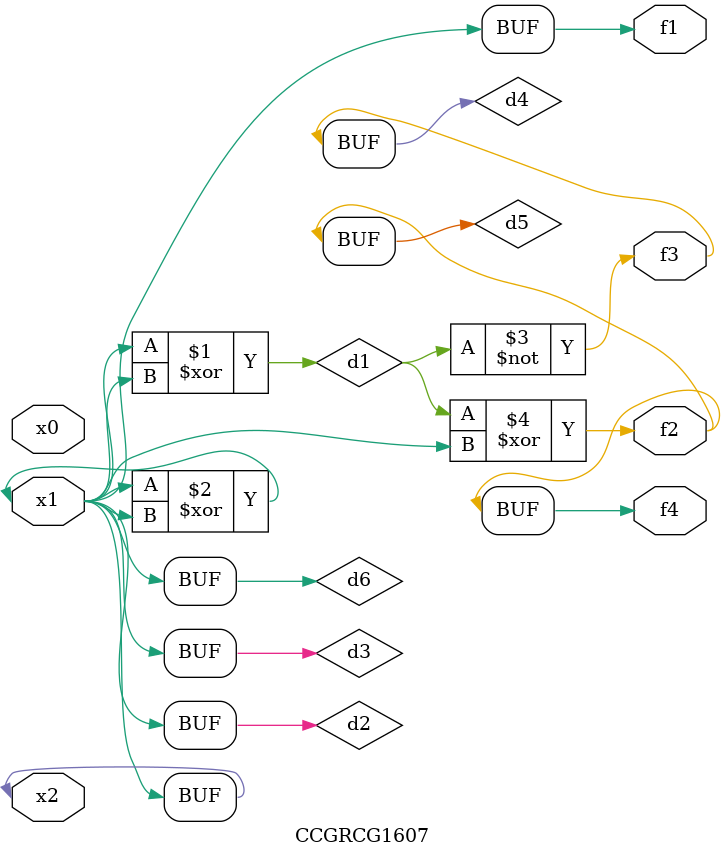
<source format=v>
module CCGRCG1607(
	input x0, x1, x2,
	output f1, f2, f3, f4
);

	wire d1, d2, d3, d4, d5, d6;

	xor (d1, x1, x2);
	buf (d2, x1, x2);
	xor (d3, x1, x2);
	nor (d4, d1);
	xor (d5, d1, d2);
	buf (d6, d2, d3);
	assign f1 = d6;
	assign f2 = d5;
	assign f3 = d4;
	assign f4 = d5;
endmodule

</source>
